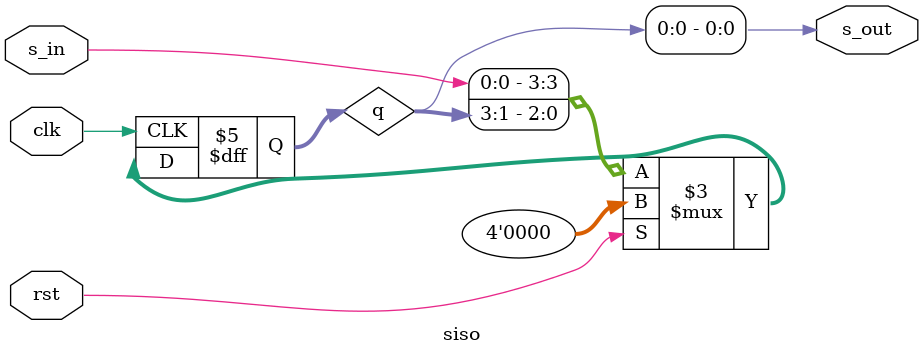
<source format=v>
module siso(input clk, 
input rst, 
input s_in, 
output s_out); 
reg [3:0]q; 
assign s_out = q[0]; 
always@(posedge clk) 
begin 
if(rst) 
q <= 0; 
else 
q <= {s_in, q[3:1]}; 
end 
endmodule 

</source>
